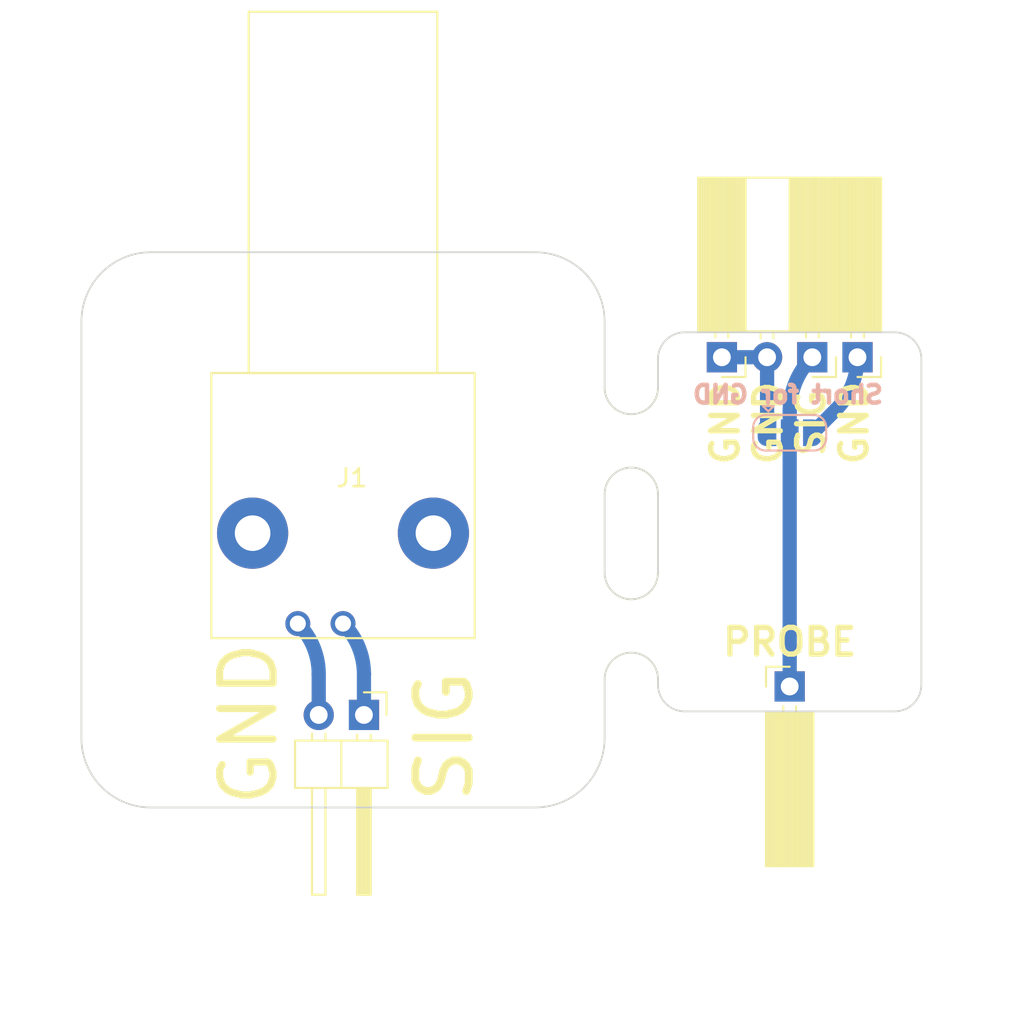
<source format=kicad_pcb>
(kicad_pcb (version 20211014) (generator pcbnew)
  (layers (0 "F.Cu" signal) (31 "B.Cu" signal) (34 "B.Paste" user) (35 "F.Paste" user) (36 "B.SilkS" user "B.Silkscreen") (37 "F.SilkS" user "F.Silkscreen") (38 "B.Mask" user) (39 "F.Mask" user) (44 "Edge.Cuts" user))
  (net 0 "")
  (net 1 "Net-(J1-Pad1)")
  (net 2 "Net-(J1-Pad2)")
  (net 3 "Net-(J3-Pad1)")
  (net 4 "Net-(J3-Pad2)")
  (net 5 "Net-(J6-Pad1)")
  (footprint "MountingHole:MountingHole_4.3mm_M4" (layer "F.Cu") (at 93.3 105.2)
    (fp_text reference "H2" hide)
    (fp_text value "MountingHole" hide)
    (pad "" np_thru_hole circle (at 0 0) (size 4.3 4.3) (drill 4.3) (layers *.Cu *.Mask))
  )
  (footprint "MountingHole:MountingHole_4.3mm_M4" (layer "F.Cu") (at 133.8 93.7)
    (fp_text reference "H6" hide)
    (fp_text value "MountingHole")
    (pad "" np_thru_hole circle (at 0 0) (size 4.3 4.3) (drill 4.3) (layers *.Cu *.Mask))
  )
  (footprint "MountingHole:MountingHole_4.3mm_M4" (layer "F.Cu") (at 93.3 81.8)
    (fp_text reference "H1" hide)
    (fp_text value "MountingHole" hide)
    (pad "" np_thru_hole circle (at 0 0) (size 4.3 4.3) (drill 4.3) (layers *.Cu *.Mask))
  )
  (footprint "flex:CONBNC002" (layer "F.Cu") (at 104.1 93.685)
    (fp_text reference "J1" (at 0.5 -3.1 unlocked) (layer "F.SilkS"))
    (fp_text value "bnc_adapter" hide)
    (fp_rect (start -7.4 -9) (end 7.4 5.9) (layer "F.SilkS") (width 0.12) (fill none))
    (fp_rect (start -5.3 -9) (end 5.3 -29.3) (layer "F.SilkS") (width 0.12) (fill none))
    (pad "1" thru_hole circle (at 0 5.08 90) (size 1.4 1.4) (drill 0.9) (layers *.Cu *.Mask) (net 1 "Net-(J1-Pad1)"))
    (pad "2" thru_hole circle (at -2.54 5.08 90) (size 1.4 1.4) (drill 0.9) (layers *.Cu *.Mask) (net 2 "Net-(J1-Pad2)"))
    (pad "~" thru_hole circle (at -5.08 0 90) (size 4 4) (drill 2) (layers *.Cu *.Mask))
    (pad "~" thru_hole circle (at 5.08 0 90) (size 4 4) (drill 2) (layers *.Cu *.Mask))
  )
  (footprint "MountingHole:MountingHole_4.3mm_M4" (layer "F.Cu") (at 114.9 105.2)
    (fp_text reference "H4" hide)
    (fp_text value "MountingHole" hide)
    (pad "" np_thru_hole circle (at 0 0) (size 4.3 4.3) (drill 4.3) (layers *.Cu *.Mask))
  )
  (footprint "Connector_PinSocket_2.54mm:PinSocket_1x02_P2.54mm_Horizontal" (layer "F.Cu") (at 130.47 83.8 -90)
    (fp_text reference "J3" (at -4.38 -2.77 -90) (layer "F.SilkS"))
    (fp_text value "twisted_pair")
    (fp_line (start -10.09 -0.02905) (end -1.46 -0.02905) (layer "F.SilkS") (width 0.12))
    (fp_line (start -10.09 1.1519) (end -1.46 1.1519) (layer "F.SilkS") (width 0.12))
    (fp_line (start -1.46 2.9) (end -1.05 2.9) (layer "F.SilkS") (width 0.12))
    (fp_line (start -10.09 0.325235) (end -1.46 0.325235) (layer "F.SilkS") (width 0.12))
    (fp_line (start -10.09 0.089045) (end -1.46 0.089045) (layer "F.SilkS") (width 0.12))
    (fp_line (start -10.09 0.67952) (end -1.46 0.67952) (layer "F.SilkS") (width 0.12))
    (fp_line (start -10.09 -0.73762) (end -1.46 -0.73762) (layer "F.SilkS") (width 0.12))
    (fp_line (start -10.09 -0.50143) (end -1.46 -0.50143) (layer "F.SilkS") (width 0.12))
    (fp_line (start -10.09 -0.97381) (end -1.46 -0.97381) (layer "F.SilkS") (width 0.12))
    (fp_line (start -10.09 1.033805) (end -1.46 1.033805) (layer "F.SilkS") (width 0.12))
    (fp_line (start -1.46 2.18) (end -1.05 2.18) (layer "F.SilkS") (width 0.12))
    (fp_line (start -10.09 -0.855715) (end -1.46 -0.855715) (layer "F.SilkS") (width 0.12))
    (fp_line (start -10.09 -1.21) (end -1.46 -1.21) (layer "F.SilkS") (width 0.12))
    (fp_line (start -10.09 -1.33) (end -1.46 -1.33) (layer "F.SilkS") (width 0.12))
    (fp_line (start -10.09 -1.091905) (end -1.46 -1.091905) (layer "F.SilkS") (width 0.12))
    (fp_line (start -10.09 0.44333) (end -1.46 0.44333) (layer "F.SilkS") (width 0.12))
    (fp_line (start -1.46 -1.33) (end -1.46 3.87) (layer "F.SilkS") (width 0.12))
    (fp_line (start -10.09 0.20714) (end -1.46 0.20714) (layer "F.SilkS") (width 0.12))
    (fp_line (start -1.46 -0.36) (end -1.11 -0.36) (layer "F.SilkS") (width 0.12))
    (fp_line (start -10.09 0.561425) (end -1.46 0.561425) (layer "F.SilkS") (width 0.12))
    (fp_line (start -10.09 -0.383335) (end -1.46 -0.383335) (layer "F.SilkS") (width 0.12))
    (fp_line (start 1.11 -1.33) (end 1.11 0) (layer "F.SilkS") (width 0.12))
    (fp_line (start -10.09 3.87) (end -1.46 3.87) (layer "F.SilkS") (width 0.12))
    (fp_line (start -10.09 -0.26524) (end -1.46 -0.26524) (layer "F.SilkS") (width 0.12))
    (fp_line (start -10.09 0.91571) (end -1.46 0.91571) (layer "F.SilkS") (width 0.12))
    (fp_line (start -1.46 0.36) (end -1.11 0.36) (layer "F.SilkS") (width 0.12))
    (fp_line (start -10.09 0.797615) (end -1.46 0.797615) (layer "F.SilkS") (width 0.12))
    (fp_line (start 0 -1.33) (end 1.11 -1.33) (layer "F.SilkS") (width 0.12))
    (fp_line (start -10.09 1.27) (end -1.46 1.27) (layer "F.SilkS") (width 0.12))
    (fp_line (start -10.09 -1.33) (end -10.09 3.87) (layer "F.SilkS") (width 0.12))
    (fp_line (start -10.09 -0.619525) (end -1.46 -0.619525) (layer "F.SilkS") (width 0.12))
    (fp_line (start -10.09 -0.147145) (end -1.46 -0.147145) (layer "F.SilkS") (width 0.12))
    (pad "1" thru_hole rect (at 0 0 270) (size 1.7 1.7) (drill 1) (layers *.Cu *.Mask) (net 3 "Net-(J3-Pad1)"))
    (pad "2" thru_hole oval (at 0 2.54 270) (size 1.7 1.7) (drill 1) (layers *.Cu *.Mask) (net 4 "Net-(J3-Pad2)"))
  )
  (footprint "Connector_PinSocket_2.54mm:PinSocket_1x01_P2.54mm_Horizontal" (layer "F.Cu") (at 133.01 83.8 -90)
    (fp_text reference "J6" hide)
    (fp_text value "GND")
    (fp_line (start -1.46 -1.33) (end -1.46 1.33) (layer "F.SilkS") (width 0.12))
    (fp_line (start -1.46 0.36) (end -1.11 0.36) (layer "F.SilkS") (width 0.12))
    (fp_line (start -10.09 0.521825) (end -1.46 0.521825) (layer "F.SilkS") (width 0.12))
    (fp_line (start -10.09 -0.863635) (end -1.46 -0.863635) (layer "F.SilkS") (width 0.12))
    (fp_line (start -10.09 1.33) (end -1.46 1.33) (layer "F.SilkS") (width 0.12))
    (fp_line (start -10.09 -0.97909) (end -1.46 -0.97909) (layer "F.SilkS") (width 0.12))
    (fp_line (start -1.46 -0.36) (end -1.11 -0.36) (layer "F.SilkS") (width 0.12))
    (fp_line (start -10.09 0.060005) (end -1.46 0.060005) (layer "F.SilkS") (width 0.12))
    (fp_line (start -10.09 0.17546) (end -1.46 0.17546) (layer "F.SilkS") (width 0.12))
    (fp_line (start -10.09 -0.05545) (end -1.46 -0.05545) (layer "F.SilkS") (width 0.12))
    (fp_line (start -10.09 -0.51727) (end -1.46 -0.51727) (layer "F.SilkS") (width 0.12))
    (fp_line (start -10.09 -1.094545) (end -1.46 -1.094545) (layer "F.SilkS") (width 0.12))
    (fp_line (start -10.09 1.214555) (end -1.46 1.214555) (layer "F.SilkS") (width 0.12))
    (fp_line (start -10.09 -1.33) (end -10.09 1.33) (layer "F.SilkS") (width 0.12))
    (fp_line (start -10.09 0.86819) (end -1.46 0.86819) (layer "F.SilkS") (width 0.12))
    (fp_line (start -10.09 0.63728) (end -1.46 0.63728) (layer "F.SilkS") (width 0.12))
    (fp_line (start -10.09 -0.74818) (end -1.46 -0.74818) (layer "F.SilkS") (width 0.12))
    (fp_line (start -10.09 -0.401815) (end -1.46 -0.401815) (layer "F.SilkS") (width 0.12))
    (fp_line (start -10.09 0.752735) (end -1.46 0.752735) (layer "F.SilkS") (width 0.12))
    (fp_line (start -10.09 0.290915) (end -1.46 0.290915) (layer "F.SilkS") (width 0.12))
    (fp_line (start -10.09 1.0991) (end -1.46 1.0991) (layer "F.SilkS") (width 0.12))
    (fp_line (start -10.09 0.40637) (end -1.46 0.40637) (layer "F.SilkS") (width 0.12))
    (fp_line (start 1.11 -1.33) (end 1.11 0) (layer "F.SilkS") (width 0.12))
    (fp_line (start -10.09 -0.170905) (end -1.46 -0.170905) (layer "F.SilkS") (width 0.12))
    (fp_line (start -10.09 -1.33) (end -1.46 -1.33) (layer "F.SilkS") (width 0.12))
    (fp_line (start -10.09 -0.28636) (end -1.46 -0.28636) (layer "F.SilkS") (width 0.12))
    (fp_line (start -10.09 -0.632725) (end -1.46 -0.632725) (layer "F.SilkS") (width 0.12))
    (fp_line (start 0 -1.33) (end 1.11 -1.33) (layer "F.SilkS") (width 0.12))
    (fp_line (start -10.09 -1.21) (end -1.46 -1.21) (layer "F.SilkS") (width 0.12))
    (fp_line (start -10.09 0.983645) (end -1.46 0.983645) (layer "F.SilkS") (width 0.12))
    (pad "1" thru_hole rect (at 0 0 270) (size 1.7 1.7) (drill 1) (layers *.Cu *.Mask) (net 5 "Net-(J6-Pad1)"))
  )
  (footprint "MountingHole:MountingHole_4.3mm_M4" (layer "F.Cu") (at 124.6 93.7)
    (fp_text reference "H5" hide)
    (fp_text value "MountingHole")
    (pad "" np_thru_hole circle (at 0 0) (size 4.3 4.3) (drill 4.3) (layers *.Cu *.Mask))
  )
  (footprint "flex:mouse-bite-3mm-slot" (layer "F.Cu") (at 120.3 98.9 90)
    (fp_text reference "H8" hide)
    (fp_text value "mouse_bite" hide)
    (fp_arc (start -3 -1.5) (mid -1.5 0) (end -3 1.5) (layer "F.SilkS") (width 0.1))
    (fp_arc (start 3 1.5) (mid 1.5 0) (end 3 -1.5) (layer "F.SilkS") (width 0.1))
    (pad "" np_thru_hole circle locked (at 0 -1.5 90) (size 0.5 0.5) (drill 0.5) (layers *.Cu *.Mask))
    (pad "" np_thru_hole circle locked (at 0.75 1.5 90) (size 0.5 0.5) (drill 0.5) (layers *.Cu *.Mask))
    (pad "" np_thru_hole circle locked (at 1.524 -1.5 90) (size 0.5 0.5) (drill 0.5) (layers *.Cu *.Mask))
    (pad "" np_thru_hole circle locked (at -0.75 -1.5 90) (size 0.5 0.5) (drill 0.5) (layers *.Cu *.Mask))
    (pad "" np_thru_hole circle locked (at 0 1.5 90) (size 0.5 0.5) (drill 0.5) (layers *.Cu *.Mask))
    (pad "" np_thru_hole circle locked (at -1.512 1.5 90) (size 0.5 0.5) (drill 0.5) (layers *.Cu *.Mask))
    (pad "" np_thru_hole circle locked (at -1.512 -1.5 90) (size 0.5 0.5) (drill 0.5) (layers *.Cu *.Mask))
    (pad "" np_thru_hole circle locked (at 1.524 1.5 90) (size 0.5 0.5) (drill 0.5) (layers *.Cu *.Mask))
    (pad "" np_thru_hole circle locked (at -0.762 1.5 90) (size 0.5 0.5) (drill 0.5) (layers *.Cu *.Mask))
    (pad "" np_thru_hole circle locked (at 0.75 -1.5 90) (size 0.5 0.5) (drill 0.5) (layers *.Cu *.Mask))
  )
  (footprint "Connector_PinSocket_2.54mm:PinSocket_1x01_P2.54mm_Horizontal" (layer "F.Cu") (at 125.39 83.8 -90)
    (fp_text reference "J5" hide)
    (fp_text value "GND")
    (fp_line (start -10.09 -0.170905) (end -1.46 -0.170905) (layer "F.SilkS") (width 0.12))
    (fp_line (start -10.09 1.33) (end -1.46 1.33) (layer "F.SilkS") (width 0.12))
    (fp_line (start -10.09 0.40637) (end -1.46 0.40637) (layer "F.SilkS") (width 0.12))
    (fp_line (start -10.09 -0.05545) (end -1.46 -0.05545) (layer "F.SilkS") (width 0.12))
    (fp_line (start -1.46 -1.33) (end -1.46 1.33) (layer "F.SilkS") (width 0.12))
    (fp_line (start -1.46 0.36) (end -1.11 0.36) (layer "F.SilkS") (width 0.12))
    (fp_line (start -10.09 0.521825) (end -1.46 0.521825) (layer "F.SilkS") (width 0.12))
    (fp_line (start -10.09 -1.094545) (end -1.46 -1.094545) (layer "F.SilkS") (width 0.12))
    (fp_line (start -10.09 0.17546) (end -1.46 0.17546) (layer "F.SilkS") (width 0.12))
    (fp_line (start -10.09 1.0991) (end -1.46 1.0991) (layer "F.SilkS") (width 0.12))
    (fp_line (start -10.09 -0.28636) (end -1.46 -0.28636) (layer "F.SilkS") (width 0.12))
    (fp_line (start 0 -1.33) (end 1.11 -1.33) (layer "F.SilkS") (width 0.12))
    (fp_line (start -10.09 0.752735) (end -1.46 0.752735) (layer "F.SilkS") (width 0.12))
    (fp_line (start -10.09 0.86819) (end -1.46 0.86819) (layer "F.SilkS") (width 0.12))
    (fp_line (start -10.09 1.214555) (end -1.46 1.214555) (layer "F.SilkS") (width 0.12))
    (fp_line (start -10.09 -1.21) (end -1.46 -1.21) (layer "F.SilkS") (width 0.12))
    (fp_line (start -1.46 -0.36) (end -1.11 -0.36) (layer "F.SilkS") (width 0.12))
    (fp_line (start -10.09 -1.33) (end -10.09 1.33) (layer "F.SilkS") (width 0.12))
    (fp_line (start -10.09 -0.401815) (end -1.46 -0.401815) (layer "F.SilkS") (width 0.12))
    (fp_line (start -10.09 -0.74818) (end -1.46 -0.74818) (layer "F.SilkS") (width 0.12))
    (fp_line (start -10.09 0.290915) (end -1.46 0.290915) (layer "F.SilkS") (width 0.12))
    (fp_line (start -10.09 -0.51727) (end -1.46 -0.51727) (layer "F.SilkS") (width 0.12))
    (fp_line (start -10.09 -1.33) (end -1.46 -1.33) (layer "F.SilkS") (width 0.12))
    (fp_line (start -10.09 -0.632725) (end -1.46 -0.632725) (layer "F.SilkS") (width 0.12))
    (fp_line (start -10.09 -0.863635) (end -1.46 -0.863635) (layer "F.SilkS") (width 0.12))
    (fp_line (start -10.09 0.060005) (end -1.46 0.060005) (layer "F.SilkS") (width 0.12))
    (fp_line (start 1.11 -1.33) (end 1.11 0) (layer "F.SilkS") (width 0.12))
    (fp_line (start -10.09 0.983645) (end -1.46 0.983645) (layer "F.SilkS") (width 0.12))
    (fp_line (start -10.09 0.63728) (end -1.46 0.63728) (layer "F.SilkS") (width 0.12))
    (fp_line (start -10.09 -0.97909) (end -1.46 -0.97909) (layer "F.SilkS") (width 0.12))
    (pad "1" thru_hole rect (at 0 0 270) (size 1.7 1.7) (drill 1) (layers *.Cu *.Mask) (net 4 "Net-(J3-Pad2)"))
  )
  (footprint "Connector_PinSocket_2.54mm:PinSocket_1x01_P2.54mm_Horizontal" (layer "F.Cu") (at 129.2 102.3 90)
    (fp_text reference "J4" hide)
    (fp_text value "probe")
    (fp_line (start -10.09 1.214555) (end -1.46 1.214555) (layer "F.SilkS") (width 0.12))
    (fp_line (start -10.09 -1.21) (end -1.46 -1.21) (layer "F.SilkS") (width 0.12))
    (fp_line (start -10.09 -0.28636) (end -1.46 -0.28636) (layer "F.SilkS") (width 0.12))
    (fp_line (start -10.09 -0.863635) (end -1.46 -0.863635) (layer "F.SilkS") (width 0.12))
    (fp_line (start -10.09 0.290915) (end -1.46 0.290915) (layer "F.SilkS") (width 0.12))
    (fp_line (start -10.09 0.983645) (end -1.46 0.983645) (layer "F.SilkS") (width 0.12))
    (fp_line (start -10.09 -0.74818) (end -1.46 -0.74818) (layer "F.SilkS") (width 0.12))
    (fp_line (start -10.09 -1.33) (end -10.09 1.33) (layer "F.SilkS") (width 0.12))
    (fp_line (start -10.09 1.0991) (end -1.46 1.0991) (layer "F.SilkS") (width 0.12))
    (fp_line (start 1.11 -1.33) (end 1.11 0) (layer "F.SilkS") (width 0.12))
    (fp_line (start -10.09 0.17546) (end -1.46 0.17546) (layer "F.SilkS") (width 0.12))
    (fp_line (start -10.09 -0.170905) (end -1.46 -0.170905) (layer "F.SilkS") (width 0.12))
    (fp_line (start -10.09 0.86819) (end -1.46 0.86819) (layer "F.SilkS") (width 0.12))
    (fp_line (start -10.09 0.752735) (end -1.46 0.752735) (layer "F.SilkS") (width 0.12))
    (fp_line (start -10.09 -1.33) (end -1.46 -1.33) (layer "F.SilkS") (width 0.12))
    (fp_line (start -1.46 0.36) (end -1.11 0.36) (layer "F.SilkS") (width 0.12))
    (fp_line (start -10.09 1.33) (end -1.46 1.33) (layer "F.SilkS") (width 0.12))
    (fp_line (start -10.09 -0.632725) (end -1.46 -0.632725) (layer "F.SilkS") (width 0.12))
    (fp_line (start 0 -1.33) (end 1.11 -1.33) (layer "F.SilkS") (width 0.12))
    (fp_line (start -10.09 0.060005) (end -1.46 0.060005) (layer "F.SilkS") (width 0.12))
    (fp_line (start -1.46 -0.36) (end -1.11 -0.36) (layer "F.SilkS") (width 0.12))
    (fp_line (start -10.09 -0.05545) (end -1.46 -0.05545) (layer "F.SilkS") (width 0.12))
    (fp_line (start -10.09 -0.51727) (end -1.46 -0.51727) (layer "F.SilkS") (width 0.12))
    (fp_line (start -10.09 0.63728) (end -1.46 0.63728) (layer "F.SilkS") (width 0.12))
    (fp_line (start -10.09 0.40637) (end -1.46 0.40637) (layer "F.SilkS") (width 0.12))
    (fp_line (start -10.09 -1.094545) (end -1.46 -1.094545) (layer "F.SilkS") (width 0.12))
    (fp_line (start -10.09 -0.97909) (end -1.46 -0.97909) (layer "F.SilkS") (width 0.12))
    (fp_line (start -10.09 0.521825) (end -1.46 0.521825) (layer "F.SilkS") (width 0.12))
    (fp_line (start -10.09 -0.401815) (end -1.46 -0.401815) (layer "F.SilkS") (width 0.12))
    (fp_line (start -1.46 -1.33) (end -1.46 1.33) (layer "F.SilkS") (width 0.12))
    (pad "1" thru_hole rect (at 0 0 90) (size 1.7 1.7) (drill 1) (layers *.Cu *.Mask) (net 3 "Net-(J3-Pad1)"))
  )
  (footprint "MountingHole:MountingHole_4.3mm_M4" (layer "F.Cu") (at 114.9 81.8)
    (fp_text reference "H3" hide)
    (fp_text value "MountingHole" hide)
    (pad "" np_thru_hole circle (at 0 0) (size 4.3 4.3) (drill 4.3) (layers *.Cu *.Mask))
  )
  (footprint "Connector_PinHeader_2.54mm:PinHeader_1x02_P2.54mm_Horizontal" (layer "F.Cu") (at 105.275 103.9 -90)
    (fp_text reference "J2" hide)
    (fp_text value "probe_connector" hide)
    (fp_line (start 10.1 2.92) (end 4.1 2.92) (layer "F.SilkS") (width 0.12))
    (fp_line (start 10.1 -0.38) (end 10.1 0.38) (layer "F.SilkS") (width 0.12))
    (fp_line (start 10.1 0.38) (end 4.1 0.38) (layer "F.SilkS") (width 0.12))
    (fp_line (start 1.042929 2.16) (end 1.44 2.16) (layer "F.SilkS") (width 0.12))
    (fp_line (start 4.1 -1.33) (end 1.44 -1.33) (layer "F.SilkS") (width 0.12))
    (fp_line (start -1.27 -1.27) (end 0 -1.27) (layer "F.SilkS") (width 0.12))
    (fp_line (start 1.042929 2.92) (end 1.44 2.92) (layer "F.SilkS") (width 0.12))
    (fp_line (start 1.44 1.27) (end 4.1 1.27) (layer "F.SilkS") (width 0.12))
    (fp_line (start 1.44 3.87) (end 4.1 3.87) (layer "F.SilkS") (width 0.12))
    (fp_line (start 4.1 -0.2) (end 10.1 -0.2) (layer "F.SilkS") (width 0.12))
    (fp_line (start 1.11 -0.38) (end 1.44 -0.38) (layer "F.SilkS") (width 0.12))
    (fp_line (start 4.1 3.87) (end 4.1 -1.33) (layer "F.SilkS") (width 0.12))
    (fp_line (start -1.27 0) (end -1.27 -1.27) (layer "F.SilkS") (width 0.12))
    (fp_line (start 4.1 -0.32) (end 10.1 -0.32) (layer "F.SilkS") (width 0.12))
    (fp_line (start 10.1 2.16) (end 10.1 2.92) (layer "F.SilkS") (width 0.12))
    (fp_line (start 1.11 0.38) (end 1.44 0.38) (layer "F.SilkS") (width 0.12))
    (fp_line (start 4.1 0.16) (end 10.1 0.16) (layer "F.SilkS") (width 0.12))
    (fp_line (start 4.1 -0.38) (end 10.1 -0.38) (layer "F.SilkS") (width 0.12))
    (fp_line (start 4.1 -0.08) (end 10.1 -0.08) (layer "F.SilkS") (width 0.12))
    (fp_line (start 4.1 0.04) (end 10.1 0.04) (layer "F.SilkS") (width 0.12))
    (fp_line (start 1.44 -1.33) (end 1.44 3.87) (layer "F.SilkS") (width 0.12))
    (fp_line (start 4.1 0.28) (end 10.1 0.28) (layer "F.SilkS") (width 0.12))
    (fp_line (start 4.1 2.16) (end 10.1 2.16) (layer "F.SilkS") (width 0.12))
    (pad "1" thru_hole rect (at 0 0 270) (size 1.7 1.7) (drill 1) (layers *.Cu *.Mask) (net 1 "Net-(J1-Pad1)"))
    (pad "2" thru_hole oval (at 0 2.54 270) (size 1.7 1.7) (drill 1) (layers *.Cu *.Mask) (net 2 "Net-(J1-Pad2)"))
  )
  (footprint "flex:mouse-bite-3mm-slot" (layer "F.Cu") (at 120.3 88.5 90)
    (fp_text reference "H7" hide)
    (fp_text value "mouse_bite" hide)
    (fp_arc (start 3 1.5) (mid 1.5 0) (end 3 -1.5) (layer "F.SilkS") (width 0.1))
    (fp_arc (start -3 -1.5) (mid -1.5 0) (end -3 1.5) (layer "F.SilkS") (width 0.1))
    (pad "" np_thru_hole circle locked (at -0.762 1.5 90) (size 0.5 0.5) (drill 0.5) (layers *.Cu *.Mask))
    (pad "" np_thru_hole circle locked (at 0.75 1.5 90) (size 0.5 0.5) (drill 0.5) (layers *.Cu *.Mask))
    (pad "" np_thru_hole circle locked (at -1.512 -1.5 90) (size 0.5 0.5) (drill 0.5) (layers *.Cu *.Mask))
    (pad "" np_thru_hole circle locked (at 0 -1.5 90) (size 0.5 0.5) (drill 0.5) (layers *.Cu *.Mask))
    (pad "" np_thru_hole circle locked (at 0 1.5 90) (size 0.5 0.5) (drill 0.5) (layers *.Cu *.Mask))
    (pad "" np_thru_hole circle locked (at -1.512 1.5 90) (size 0.5 0.5) (drill 0.5) (layers *.Cu *.Mask))
    (pad "" np_thru_hole circle locked (at -0.75 -1.5 90) (size 0.5 0.5) (drill 0.5) (layers *.Cu *.Mask))
    (pad "" np_thru_hole circle locked (at 1.524 -1.5 90) (size 0.5 0.5) (drill 0.5) (layers *.Cu *.Mask))
    (pad "" np_thru_hole circle locked (at 1.524 1.5 90) (size 0.5 0.5) (drill 0.5) (layers *.Cu *.Mask))
    (pad "" np_thru_hole circle locked (at 0.75 -1.5 90) (size 0.5 0.5) (drill 0.5) (layers *.Cu *.Mask))
  )
  (footprint "Jumper:SolderJumper-3_P1.3mm_Open_RoundedPad1.0x1.5mm" (layer "B.Cu") (at 129.2 88.0425)
    (fp_text reference "JP1" hide)
    (fp_text value "GND_Probe")
    (fp_line (start 2.05 0.3) (end 2.05 -0.3) (layer "B.SilkS") (width 0.12))
    (fp_line (start 1.4 -1) (end -1.4 -1) (layer "B.SilkS") (width 0.12))
    (fp_line (start -1.2 -1.2) (end -0.9 -1.5) (layer "B.SilkS") (width 0.12))
    (fp_line (start -1.2 -1.2) (end -1.5 -1.5) (layer "B.SilkS") (width 0.12))
    (fp_line (start -1.5 -1.5) (end -0.9 -1.5) (layer "B.SilkS") (width 0.12))
    (fp_line (start -2.05 -0.3) (end -2.05 0.3) (layer "B.SilkS") (width 0.12))
    (fp_line (start -1.4 1) (end 1.4 1) (layer "B.SilkS") (width 0.12))
    (fp_arc (start -2.05 -0.3) (mid -1.844975 -0.794975) (end -1.35 -1) (layer "B.SilkS") (width 0.12))
    (fp_arc (start -1.35 1) (mid -1.844975 0.794975) (end -2.05 0.3) (layer "B.SilkS") (width 0.12))
    (fp_arc (start 1.35 -1) (mid 1.844975 -0.794975) (end 2.05 -0.3) (layer "B.SilkS") (width 0.12))
    (fp_arc (start 2.05 0.3) (mid 1.844975 0.794975) (end 1.35 1) (layer "B.SilkS") (width 0.12))
    (pad "1" smd custom (at -1.3 0) (size 1 0.5) (layers "B.Cu" "B.Mask") (net 4 "Net-(J3-Pad2)") (options (clearance outline) (anchor rect)) (primitives (gr_circle (center 0 -0.25) (end 0.5 -0.25) (width 0) (fill yes)) (gr_circle (center 0 0.25) (end 0.5 0.25) (width 0) (fill yes)) (gr_poly (pts (xy 0.55 -0.75) (xy 0 -0.75) (xy 0 0.75) (xy 0.55 0.75)) (width 0) (fill yes))))
    (pad "2" smd rect (at 0 0) (size 1 1.5) (layers "B.Cu" "B.Mask") (net 3 "Net-(J3-Pad1)"))
    (pad "3" smd custom (at 1.3 0) (size 1 0.5) (layers "B.Cu" "B.Mask") (net 5 "Net-(J6-Pad1)") (options (clearance outline) (anchor rect)) (primitives (gr_circle (center 0 -0.25) (end 0.5 -0.25) (width 0) (fill yes)) (gr_circle (center 0 0.25) (end 0.5 0.25) (width 0) (fill yes)) (gr_poly (pts (xy 0 -0.75) (xy -0.55 -0.75) (xy -0.55 0.75) (xy 0 0.75)) (width 0) (fill yes))))
  )
  (gr_arc (start 123.3 103.7) (mid 122.23934 103.26066) (end 121.8 102.2) (layer "Edge.Cuts") (width 0.1))
  (gr_arc (start 118.8 101.9) (mid 120.3 100.4) (end 121.8 101.9) (layer "Edge.Cuts") (width 0.1))
  (gr_arc (start 121.8 85.5) (mid 120.3 87) (end 118.8 85.5) (layer "Edge.Cuts") (width 0.1))
  (gr_arc (start 136.6 102.2) (mid 136.16066 103.26066) (end 135.1 103.7) (layer "Edge.Cuts") (width 0.1))
  (gr_line (start 93.3 109.1) (end 114.9 109.1) (layer "Edge.Cuts") (width 0.1))
  (gr_line (start 121.8 83.9) (end 121.8 85.5) (layer "Edge.Cuts") (width 0.1))
  (gr_arc (start 118.8 105.2) (mid 117.657716 107.957716) (end 114.9 109.1) (layer "Edge.Cuts") (width 0.1))
  (gr_line (start 136.6 102.2) (end 136.6 83.9) (layer "Edge.Cuts") (width 0.1))
  (gr_arc (start 121.8 83.9) (mid 122.23934 82.83934) (end 123.3 82.4) (layer "Edge.Cuts") (width 0.1))
  (gr_arc (start 114.9 77.9) (mid 117.657716 79.042284) (end 118.8 81.8) (layer "Edge.Cuts") (width 0.1))
  (gr_line (start 123.3 103.7) (end 135.1 103.7) (layer "Edge.Cuts") (width 0.1))
  (gr_arc (start 89.4 81.8) (mid 90.542284 79.042284) (end 93.3 77.9) (layer "Edge.Cuts") (width 0.1))
  (gr_line (start 89.4 105.2) (end 89.4 81.8) (layer "Edge.Cuts") (width 0.1))
  (gr_arc (start 135.1 82.4) (mid 136.16066 82.83934) (end 136.6 83.9) (layer "Edge.Cuts") (width 0.1))
  (gr_line (start 121.8 102.2) (end 121.8 101.9) (layer "Edge.Cuts") (width 0.1))
  (gr_arc (start 121.8 95.9) (mid 120.3 97.4) (end 118.8 95.9) (layer "Edge.Cuts") (width 0.1))
  (gr_line (start 121.8 91.5) (end 121.8 95.9) (layer "Edge.Cuts") (width 0.1))
  (gr_line (start 118.8 85.5) (end 118.8 81.8) (layer "Edge.Cuts") (width 0.1))
  (gr_line (start 118.8 91.5) (end 118.8 95.9) (layer "Edge.Cuts") (width 0.1))
  (gr_arc (start 93.3 109.1) (mid 90.542284 107.957716) (end 89.4 105.2) (layer "Edge.Cuts") (width 0.1))
  (gr_line (start 123.3 82.4) (end 135.1 82.4) (layer "Edge.Cuts") (width 0.1))
  (gr_line (start 93.3 77.9) (end 114.9 77.9) (layer "Edge.Cuts") (width 0.1))
  (gr_line (start 118.8 101.9) (end 118.8 105.2) (layer "Edge.Cuts") (width 0.1))
  (gr_arc (start 118.8 91.5) (mid 120.3 90) (end 121.8 91.5) (layer "Edge.Cuts") (width 0.1))
  (gr_text "Short for GND" (at 129.1 85.9) (layer "B.SilkS") (effects (font (size 1 1) (thickness 0.25)) (justify mirror)))
  (gr_text "GND" (at 98.8 104.4 90) (layer "F.SilkS") (effects (font (size 3 3) (thickness 0.4))))
  (gr_text "PROBE" (at 129.2 99.8) (layer "F.SilkS") (effects (font (size 1.5 1.5) (thickness 0.3))))
  (gr_text "SIG" (at 109.8 105.1 90) (layer "F.SilkS") (effects (font (size 3 3) (thickness 0.44))))
  (gr_text "GND\nGND\nSIG\nGND" (at 129.2 87.5 90) (layer "F.SilkS") (effects (font (size 1.5 1.5) (thickness 0.3))))
  (segment (start 105.275 101.6017) (end 105.275 103.9) (width 0.8) (layer "B.Cu") (net 1))
  (arc (start 104.1 98.765) (mid 104.969627 100.066489) (end 105.275 101.6017) (width 0.8) (layer "B.Cu") (net 1))
  (segment (start 102.735 101.6017) (end 102.735 103.9) (width 0.8) (layer "B.Cu") (net 2))
  (arc (start 101.56 98.765) (mid 102.429627 100.066489) (end 102.735 101.6017) (width 0.8) (layer "B.Cu") (net 2))
  (segment (start 129.2 88.0425) (end 129.2 102.3) (width 0.8) (layer "B.Cu") (net 3))
  (segment (start 129.2 88.0425) (end 129.2 86.866051) (width 0.8) (layer "B.Cu") (net 3))
  (arc (start 129.2 86.866051) (mid 129.530062 85.206717) (end 130.47 83.8) (width 0.8) (layer "B.Cu") (net 3))
  (segment (start 127.93 83.8) (end 127.93 87.970074) (width 0.8) (layer "B.Cu") (net 4))
  (segment (start 127.93 88.0125) (end 127.9 88.0425) (width 0.25) (layer "B.Cu") (net 4))
  (segment (start 125.39 83.8) (end 127.93 83.8) (width 0.8) (layer "B.Cu") (net 4))
  (arc (start 127.93 87.970074) (mid 127.922203 88.009271) (end 127.9 88.0425) (width 0.8) (layer "B.Cu") (net 4))
  (segment (start 131.784938 86.757563) (end 130.5 88.0425) (width 0.8) (layer "B.Cu") (net 5))
  (arc (start 133.01 83.8) (mid 132.691617 85.400621) (end 131.784938 86.757563) (width 0.8) (layer "B.Cu") (net 5))
)
</source>
